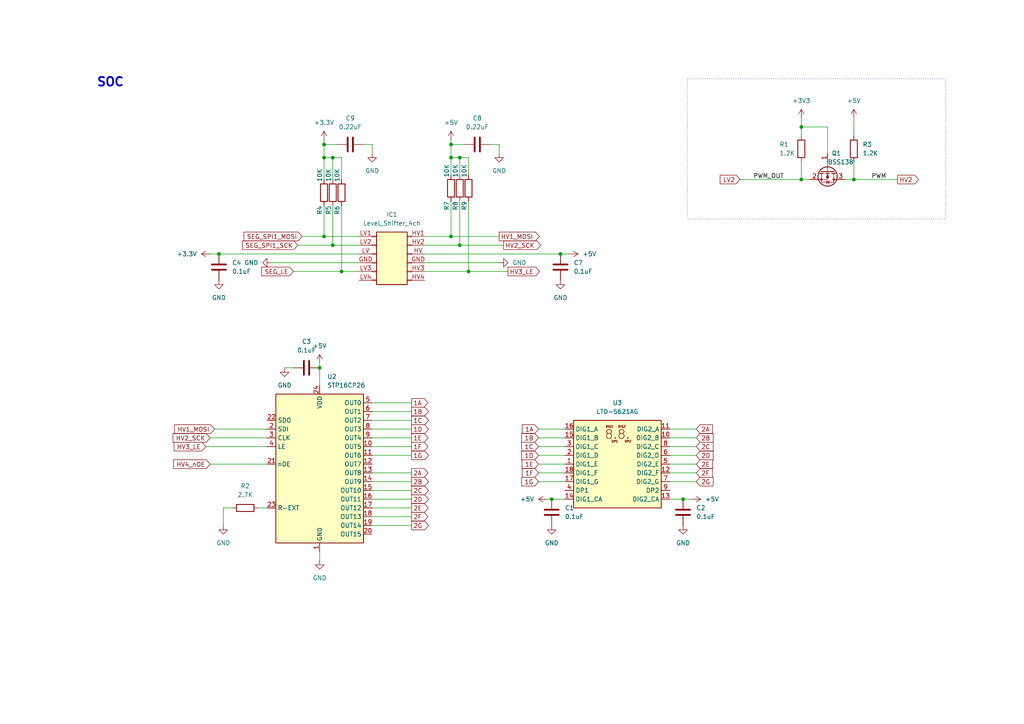
<source format=kicad_sch>
(kicad_sch (version 20230121) (generator eeschema)
  (paper "A4")
  (title_block (title "[AMDS] 2-Digit 7-Segment Schematic"))
  (lib_symbols
    (symbol "+3.3V_2" (power) (pin_numbers hide) (pin_names (offset 0) hide)
      (property "Value" "+3.3V_2" (at 0 3.556 0))
      (symbol "+3.3V_2_0_1"
        (polyline (pts (xy -0.762 1.27) (xy 0 2.54)))
        (polyline (pts (xy 0 0) (xy 0 2.54)))
        (polyline (pts (xy 0 2.54) (xy 0.762 1.27)))
      )
      (symbol "+3.3V_2_1_1"
        (pin power_in line (at 0 0 90) (length 0) hide (name "+3.3V") (number "1"))
      )
    )
    (symbol "+5V_1" (power) (pin_numbers hide) (pin_names (offset 0) hide)
      (property "Value" "+5V_1" (at 0 3.556 0))
      (symbol "+5V_1_0_1"
        (polyline (pts (xy -0.762 1.27) (xy 0 2.54)))
        (polyline (pts (xy 0 0) (xy 0 2.54)))
        (polyline (pts (xy 0 2.54) (xy 0.762 1.27)))
      )
      (symbol "+5V_1_1_1"
        (pin power_in line (at 0 0 90) (length 0) hide (name "+5V") (number "1"))
      )
    )
    (symbol "Connector_Generic:Level_Shifter_4ch" (pin_names (offset 1.016) hide)
      (property "Reference" "IC1" (at 1.27 16.51 0))
      (property "Value" "Level_Shifter_4ch" (at 3.81 13.97 0))
      (symbol "Level_Shifter_4ch_1_1"
        (rectangle (start -1.27 -2.413) (end 0 -2.667) (stroke (width 0.1524)))
        (rectangle (start -1.27 0.127) (end 0 -0.127) (stroke (width 0.1524)))
        (rectangle (start -1.27 2.667) (end 0 2.413) (stroke (width 0.1524)))
        (rectangle (start -1.27 5.207) (end 0 4.953) (stroke (width 0.1524)))
        (rectangle (start -1.27 7.747) (end 0 7.493) (stroke (width 0.1524)))
        (rectangle (start -1.27 10.287) (end 0 10.033) (stroke (width 0.1524)))
        (rectangle (start 0 11.43) (end 8.89 -3.81) (stroke (width 0.254)) (fill (type background)))
        (rectangle (start 10.16 -2.413) (end 8.89 -2.667) (stroke (width 0.1524)))
        (rectangle (start 10.16 0.127) (end 8.89 -0.127) (stroke (width 0.1524)))
        (rectangle (start 10.16 2.667) (end 8.89 2.413) (stroke (width 0.1524)))
        (rectangle (start 10.16 5.207) (end 8.89 4.953) (stroke (width 0.1524)))
        (rectangle (start 10.16 7.747) (end 8.89 7.493) (stroke (width 0.1524)))
        (rectangle (start 10.16 10.287) (end 8.89 10.033) (stroke (width 0.1524)))
        (pin passive line (at -5.08 2.54 0) (length 3.81) (name "Pin_a4") (number "GND"))
        (pin passive line (at 13.97 2.54 180) (length 3.81) (name "Pin_b4") (number "GND"))
        (pin passive line (at 13.97 5.08 180) (length 3.81) (name "pin_b3") (number "HV"))
        (pin passive line (at 13.97 10.16 180) (length 3.81) (name "Pin_b1") (number "HV1"))
        (pin passive line (at 13.97 7.62 180) (length 3.81) (name "Pin_b2") (number "HV2"))
        (pin passive line (at 13.97 0 180) (length 3.81) (name "Pin_b5") (number "HV3"))
        (pin passive line (at 13.97 -2.54 180) (length 3.81) (name "Pin_b6") (number "HV4"))
        (pin passive line (at -5.08 5.08 0) (length 3.81) (name "Pin_a3") (number "LV"))
        (pin passive line (at -5.08 10.16 0) (length 3.81) (name "Pin_a1") (number "LV1"))
        (pin passive line (at -5.08 7.62 0) (length 3.81) (name "Pin_a2") (number "LV2"))
        (pin passive line (at -5.08 0 0) (length 3.81) (name "Pin_a5") (number "LV3"))
        (pin passive line (at -5.08 -2.54 0) (length 3.81) (name "Pin_a6") (number "LV4"))
      )
    )
    (symbol "Device:C" (pin_numbers hide) (pin_names (offset 0.254))
      (property "Reference" "C" (at 0.635 2.54 0))
      (property "Value" "C" (at 0.635 -2.54 0))
      (symbol "C_0_1"
        (polyline (pts (xy -2.032 -0.762) (xy 2.032 -0.762)) (stroke (width 0.508)))
        (polyline (pts (xy -2.032 0.762) (xy 2.032 0.762)) (stroke (width 0.508)))
      )
      (symbol "C_1_1"
        (pin passive line (at 0 3.81 270) (length 2.794) (name "~") (number "1"))
        (pin passive line (at 0 -3.81 90) (length 2.794) (name "~") (number "2"))
      )
    )
    (symbol "Device:R" (pin_numbers hide) (pin_names (offset 0))
      (property "Reference" "R" (at 2.032 0 90))
      (property "Value" "R" (at 0 0 90))
      (symbol "R_0_1"
        (rectangle (start -1.016 -2.54) (end 1.016 2.54) (stroke (width 0.254)))
      )
      (symbol "R_1_1"
        (pin passive line (at 0 3.81 270) (length 1.27) (name "~") (number "1"))
        (pin passive line (at 0 -3.81 90) (length 1.27) (name "~") (number "2"))
      )
    )
    (symbol "Driver_LED:LED1642GWPTR"
      (property "Reference" "U2" (at 2.1941 25.4 0))
      (property "Value" "STP16CP26" (at 2.1941 22.86 0))
      (symbol "LED1642GWPTR_0_1"
        (rectangle (start -12.7 20.32) (end 12.7 -22.86) (stroke (width 0.254)) (fill (type background)))
      )
      (symbol "LED1642GWPTR_1_0"
        (pin input line (at -15.24 0 0) (length 2.54) (name "nOE") (number "21"))
      )
      (symbol "LED1642GWPTR_1_1"
        (pin power_in line (at 0 -25.4 90) (length 2.54) (name "GND") (number "1"))
        (pin output line (at 15.24 5.08 180) (length 2.54) (name "OUT5") (number "10"))
        (pin output line (at 15.24 2.54 180) (length 2.54) (name "OUT6") (number "11"))
        (pin output line (at 15.24 0 180) (length 2.54) (name "OUT7") (number "12"))
        (pin output line (at 15.24 -2.54 180) (length 2.54) (name "OUT8") (number "13"))
        (pin output line (at 15.24 -5.08 180) (length 2.54) (name "OUT9") (number "14"))
        (pin output line (at 15.24 -7.62 180) (length 2.54) (name "OUT10") (number "15"))
        (pin output line (at 15.24 -10.16 180) (length 2.54) (name "OUT11") (number "16"))
        (pin output line (at 15.24 -12.7 180) (length 2.54) (name "OUT12") (number "17"))
        (pin output line (at 15.24 -15.24 180) (length 2.54) (name "OUT13") (number "18"))
        (pin output line (at 15.24 -17.78 180) (length 2.54) (name "OUT14") (number "19"))
        (pin input line (at -15.24 10.16 0) (length 2.54) (name "SDI") (number "2"))
        (pin output line (at 15.24 -20.32 180) (length 2.54) (name "OUT15") (number "20"))
        (pin output line (at -15.24 12.7 0) (length 2.54) (name "SDO") (number "22"))
        (pin passive line (at -15.24 -12.7 0) (length 2.54) (name "R-EXT") (number "23"))
        (pin power_in line (at 0 22.86 270) (length 2.54) (name "VDD") (number "24"))
        (pin input line (at -15.24 7.62 0) (length 2.54) (name "CLK") (number "3"))
        (pin input line (at -15.24 5.08 0) (length 2.54) (name "LE") (number "4"))
        (pin output line (at 15.24 17.78 180) (length 2.54) (name "OUT0") (number "5"))
        (pin output line (at 15.24 15.24 180) (length 2.54) (name "OUT1") (number "6"))
        (pin output line (at 15.24 12.7 180) (length 2.54) (name "OUT2") (number "7"))
        (pin output line (at 15.24 10.16 180) (length 2.54) (name "OUT3") (number "8"))
        (pin output line (at 15.24 7.62 180) (length 2.54) (name "OUT4") (number "9"))
      )
    )
    (symbol "GND_1" (power) (pin_numbers hide) (pin_names (offset 0) hide)
      (property "Value" "GND_1" (at 0 -3.81 0))
      (symbol "GND_1_0_1"
        (polyline (pts (xy 0 0) (xy 0 -1.27) (xy 1.27 -1.27) (xy 0 -2.54) (xy -1.27 -1.27) (xy 0 -1.27)))
      )
      (symbol "GND_1_1_1"
        (pin power_in line (at 0 0 270) (length 0) hide (name "GND") (number "1"))
      )
    )
    (symbol "GND_3" (power) (pin_numbers hide) (pin_names (offset 0) hide)
      (property "Value" "GND_3" (at 0 -3.81 0))
      (symbol "GND_3_0_1"
        (polyline (pts (xy 0 0) (xy 0 -1.27) (xy 1.27 -1.27) (xy 0 -2.54) (xy -1.27 -1.27) (xy 0 -1.27)))
      )
      (symbol "GND_3_1_1"
        (pin power_in line (at 0 0 270) (length 0) hide (name "GND") (number "1"))
      )
    )
    (symbol "LTD-5621AG:LTD-5621AG"
      (property "Reference" "U" (at -11.43 13.97 0))
      (property "Value" "LTD-5621AG" (at 8.89 13.97 0))
      (symbol "LTD-5621AG_0_0"
        (text "8.8." (at 0 8.636 0) (effects (font (size 2.54 2.54))))
        (text "DIG1" (at -2.286 10.922 0) (effects (font (size 0.635 0.635))))
        (text "DIG2" (at 1.27 10.922 0) (effects (font (size 0.635 0.635))))
        (text "DP1" (at -0.762 6.604 0) (effects (font (size 0.635 0.635))))
        (text "DP2" (at 3.048 6.604 0) (effects (font (size 0.635 0.635))))
      )
      (symbol "LTD-5621AG_0_1"
        (rectangle (start -12.7 12.7) (end 12.7 -12.7) (stroke (width 0.254)) (fill (type background)))
      )
      (symbol "LTD-5621AG_1_1"
        (pin input line (at -15.24 0 0) (length 2.54) (name "DIG1_E") (number "1"))
        (pin input line (at 15.24 7.62 180) (length 2.54) (name "DIG2_B") (number "10"))
        (pin input line (at 15.24 10.16 180) (length 2.54) (name "DIG2_A") (number "11"))
        (pin input line (at 15.24 -2.54 180) (length 2.54) (name "DIG2_F") (number "12"))
        (pin input line (at 15.24 -10.16 180) (length 2.54) (name "DIG2_CA") (number "13"))
        (pin input line (at -15.24 -10.16 0) (length 2.54) (name "DIG1_CA") (number "14"))
        (pin input line (at -15.24 7.62 0) (length 2.54) (name "DIG1_B") (number "15"))
        (pin input line (at -15.24 10.16 0) (length 2.54) (name "DIG1_A") (number "16"))
        (pin input line (at -15.24 -5.08 0) (length 2.54) (name "DIG1_G") (number "17"))
        (pin input line (at -15.24 -2.54 0) (length 2.54) (name "DIG1_F") (number "18"))
        (pin input line (at -15.24 2.54 0) (length 2.54) (name "DIG1_D") (number "2"))
        (pin input line (at -15.24 5.08 0) (length 2.54) (name "DIG1_C") (number "3"))
        (pin input line (at -15.24 -7.62 0) (length 2.54) (name "DP1") (number "4"))
        (pin input line (at 15.24 0 180) (length 2.54) (name "DIG2_E") (number "5"))
        (pin input line (at 15.24 2.54 180) (length 2.54) (name "DIG2_D") (number "6"))
        (pin input line (at 15.24 -5.08 180) (length 2.54) (name "DIG2_G") (number "7"))
        (pin input line (at 15.24 5.08 180) (length 2.54) (name "DIG2_C") (number "8"))
        (pin input line (at 15.24 -7.62 180) (length 2.54) (name "DP2") (number "9"))
      )
    )
    (symbol "Transistor_FET:BSS138" (pin_names hide)
      (property "Reference" "Q" (at 5.08 1.905 0))
      (property "Value" "BSS138" (at 5.08 0 0))
      (symbol "BSS138_0_1"
        (polyline (pts (xy 0.254 0) (xy -2.54 0)))
        (polyline (pts (xy 0.254 1.905) (xy 0.254 -1.905)) (stroke (width 0.254)))
        (polyline (pts (xy 0.762 -1.27) (xy 0.762 -2.286)) (stroke (width 0.254)))
        (polyline (pts (xy 0.762 0.508) (xy 0.762 -0.508)) (stroke (width 0.254)))
        (polyline (pts (xy 0.762 2.286) (xy 0.762 1.27)) (stroke (width 0.254)))
        (polyline (pts (xy 2.54 2.54) (xy 2.54 1.778)))
        (polyline (pts (xy 2.54 -2.54) (xy 2.54 0) (xy 0.762 0)))
        (polyline (pts (xy 0.762 -1.778) (xy 3.302 -1.778) (xy 3.302 1.778) (xy 0.762 1.778)))
        (polyline (pts (xy 1.016 0) (xy 2.032 0.381) (xy 2.032 -0.381) (xy 1.016 0)) (fill (type outline)))
        (polyline (pts (xy 2.794 0.508) (xy 2.921 0.381) (xy 3.683 0.381) (xy 3.81 0.254)))
        (polyline (pts (xy 3.302 0.381) (xy 2.921 -0.254) (xy 3.683 -0.254) (xy 3.302 0.381)))
        (circle (center 1.651 0) (radius 2.794) (stroke (width 0.254)))
        (circle (center 2.54 -1.778) (radius 0.254) (fill (type outline)))
        (circle (center 2.54 1.778) (radius 0.254) (fill (type outline)))
      )
      (symbol "BSS138_1_1"
        (pin input line (at -5.08 0 0) (length 2.54) (name "G") (number "1"))
        (pin passive line (at 2.54 -5.08 90) (length 2.54) (name "S") (number "2"))
        (pin passive line (at 2.54 5.08 270) (length 2.54) (name "D") (number "3"))
      )
    )
    (symbol "power:+3.3V" (power) (pin_names (offset 0))
      (property "Value" "+3.3V" (at 0 3.556 0))
      (symbol "+3.3V_0_1"
        (polyline (pts (xy -0.762 1.27) (xy 0 2.54)))
        (polyline (pts (xy 0 0) (xy 0 2.54)))
        (polyline (pts (xy 0 2.54) (xy 0.762 1.27)))
      )
      (symbol "+3.3V_1_1"
        (pin power_in line (at 0 0 90) (length 0) hide (name "+3V3") (number "1"))
      )
    )
    (symbol "power:+5V" (power) (pin_names (offset 0))
      (property "Value" "+5V" (at 0 3.556 0))
      (symbol "+5V_0_1"
        (polyline (pts (xy -0.762 1.27) (xy 0 2.54)))
        (polyline (pts (xy 0 0) (xy 0 2.54)))
        (polyline (pts (xy 0 2.54) (xy 0.762 1.27)))
      )
      (symbol "+5V_1_1"
        (pin power_in line (at 0 0 90) (length 0) hide (name "+5V") (number "1"))
      )
    )
  )
  (junction (at 133.35 45.72))
  (junction (at 96.52 71.12))
  (junction (at 160.02 144.78))
  (junction (at 247.65 52.07))
  (junction (at 99.06 78.74))
  (junction (at 130.81 45.72))
  (junction (at 93.98 68.58))
  (junction (at 133.35 71.12))
  (junction (at 232.41 52.07))
  (junction (at 93.98 45.72))
  (junction (at 232.41 36.83))
  (junction (at 93.98 41.91))
  (junction (at 130.81 68.58))
  (junction (at 130.81 41.91))
  (junction (at 198.12 144.78))
  (junction (at 162.56 73.66))
  (junction (at 92.71 106.68))
  (junction (at 63.5 73.66))
  (junction (at 135.89 78.74))
  (junction (at 96.52 45.72))
  (wire (pts (xy 107.95 116.84) (xy 119.38 116.84)))
  (wire (pts (xy 158.75 144.78) (xy 160.02 144.78)))
  (wire (pts (xy 96.52 59.69) (xy 96.52 71.12)))
  (wire (pts (xy 107.95 44.45) (xy 107.95 41.91)))
  (wire (pts (xy 93.98 45.72) (xy 93.98 52.07)))
  (wire (pts (xy 156.21 129.54) (xy 163.83 129.54)))
  (wire (pts (xy 107.95 119.38) (xy 119.38 119.38)))
  (wire (pts (xy 78.74 76.2) (xy 104.14 76.2)))
  (wire (pts (xy 144.78 76.2) (xy 123.19 76.2)))
  (wire (pts (xy 130.81 58.42) (xy 130.81 68.58)))
  (wire (pts (xy 99.06 78.74) (xy 104.14 78.74)))
  (wire (pts (xy 93.98 68.58) (xy 104.14 68.58)))
  (wire (pts (xy 135.89 58.42) (xy 135.89 78.74)))
  (wire (pts (xy 156.21 124.46) (xy 163.83 124.46)))
  (wire (pts (xy 198.12 144.78) (xy 194.31 144.78)))
  (wire (pts (xy 240.03 44.45) (xy 240.03 36.83)))
  (wire (pts (xy 156.21 139.7) (xy 163.83 139.7)))
  (wire (pts (xy 63.5 73.66) (xy 104.14 73.66)))
  (wire (pts (xy 156.21 137.16) (xy 163.83 137.16)))
  (wire (pts (xy 93.98 41.91) (xy 97.79 41.91)))
  (wire (pts (xy 144.78 44.45) (xy 144.78 41.91)))
  (wire (pts (xy 92.71 105.41) (xy 92.71 106.68)))
  (wire (pts (xy 194.31 129.54) (xy 201.93 129.54)))
  (wire (pts (xy 96.52 71.12) (xy 104.14 71.12)))
  (wire (pts (xy 93.98 59.69) (xy 93.98 68.58)))
  (wire (pts (xy 194.31 139.7) (xy 201.93 139.7)))
  (wire (pts (xy 160.02 144.78) (xy 163.83 144.78)))
  (wire (pts (xy 240.03 36.83) (xy 232.41 36.83)))
  (wire (pts (xy 107.95 139.7) (xy 119.38 139.7)))
  (wire (pts (xy 144.78 41.91) (xy 142.24 41.91)))
  (wire (pts (xy 232.41 36.83) (xy 232.41 39.37)))
  (wire (pts (xy 92.71 106.68) (xy 92.71 111.76)))
  (wire (pts (xy 107.95 124.46) (xy 119.38 124.46)))
  (wire (pts (xy 156.21 127) (xy 163.83 127)))
  (wire (pts (xy 130.81 41.91) (xy 130.81 45.72)))
  (wire (pts (xy 156.21 134.62) (xy 163.83 134.62)))
  (wire (pts (xy 247.65 34.29) (xy 247.65 39.37)))
  (wire (pts (xy 60.96 127) (xy 77.47 127)))
  (wire (pts (xy 130.81 40.64) (xy 130.81 41.91)))
  (wire (pts (xy 96.52 45.72) (xy 99.06 45.72)))
  (wire (pts (xy 107.95 41.91) (xy 105.41 41.91)))
  (wire (pts (xy 74.93 147.32) (xy 77.47 147.32)))
  (wire (pts (xy 107.95 121.92) (xy 119.38 121.92)))
  (wire (pts (xy 64.77 147.32) (xy 67.31 147.32)))
  (wire (pts (xy 60.96 134.62) (xy 77.47 134.62)))
  (wire (pts (xy 144.78 68.58) (xy 130.81 68.58)))
  (wire (pts (xy 232.41 34.29) (xy 232.41 36.83)))
  (wire (pts (xy 130.81 41.91) (xy 134.62 41.91)))
  (wire (pts (xy 214.63 52.07) (xy 232.41 52.07)))
  (wire (pts (xy 93.98 45.72) (xy 96.52 45.72)))
  (wire (pts (xy 59.69 129.54) (xy 77.47 129.54)))
  (wire (pts (xy 107.95 144.78) (xy 119.38 144.78)))
  (wire (pts (xy 107.95 142.24) (xy 119.38 142.24)))
  (wire (pts (xy 92.71 162.56) (xy 92.71 160.02)))
  (wire (pts (xy 200.66 144.78) (xy 198.12 144.78)))
  (wire (pts (xy 247.65 46.99) (xy 247.65 52.07)))
  (wire (pts (xy 245.11 52.07) (xy 247.65 52.07)))
  (wire (pts (xy 96.52 45.72) (xy 96.52 52.07)))
  (wire (pts (xy 130.81 45.72) (xy 130.81 50.8)))
  (wire (pts (xy 60.96 73.66) (xy 63.5 73.66)))
  (wire (pts (xy 130.81 45.72) (xy 133.35 45.72)))
  (wire (pts (xy 107.95 147.32) (xy 119.38 147.32)))
  (wire (pts (xy 93.98 41.91) (xy 93.98 45.72)))
  (wire (pts (xy 87.63 68.58) (xy 93.98 68.58)))
  (wire (pts (xy 62.23 124.46) (xy 77.47 124.46)))
  (wire (pts (xy 147.32 78.74) (xy 135.89 78.74)))
  (wire (pts (xy 93.98 40.64) (xy 93.98 41.91)))
  (wire (pts (xy 232.41 52.07) (xy 234.95 52.07)))
  (wire (pts (xy 99.06 45.72) (xy 99.06 52.07)))
  (wire (pts (xy 165.1 73.66) (xy 162.56 73.66)))
  (wire (pts (xy 130.81 68.58) (xy 123.19 68.58)))
  (wire (pts (xy 86.36 71.12) (xy 96.52 71.12)))
  (wire (pts (xy 133.35 71.12) (xy 123.19 71.12)))
  (wire (pts (xy 194.31 134.62) (xy 201.93 134.62)))
  (wire (pts (xy 64.77 152.4) (xy 64.77 147.32)))
  (wire (pts (xy 146.05 71.12) (xy 133.35 71.12)))
  (wire (pts (xy 107.95 129.54) (xy 119.38 129.54)))
  (wire (pts (xy 156.21 132.08) (xy 163.83 132.08)))
  (wire (pts (xy 133.35 58.42) (xy 133.35 71.12)))
  (wire (pts (xy 194.31 137.16) (xy 201.93 137.16)))
  (wire (pts (xy 194.31 132.08) (xy 201.93 132.08)))
  (wire (pts (xy 194.31 127) (xy 201.93 127)))
  (wire (pts (xy 107.95 132.08) (xy 119.38 132.08)))
  (wire (pts (xy 247.65 52.07) (xy 260.35 52.07)))
  (wire (pts (xy 85.09 78.74) (xy 99.06 78.74)))
  (wire (pts (xy 232.41 46.99) (xy 232.41 52.07)))
  (wire (pts (xy 107.95 127) (xy 119.38 127)))
  (wire (pts (xy 123.19 73.66) (xy 162.56 73.66)))
  (wire (pts (xy 135.89 45.72) (xy 135.89 50.8)))
  (wire (pts (xy 135.89 78.74) (xy 123.19 78.74)))
  (wire (pts (xy 107.95 149.86) (xy 119.38 149.86)))
  (wire (pts (xy 99.06 59.69) (xy 99.06 78.74)))
  (wire (pts (xy 133.35 45.72) (xy 133.35 50.8)))
  (wire (pts (xy 133.35 45.72) (xy 135.89 45.72)))
  (wire (pts (xy 194.31 124.46) (xy 201.93 124.46)))
  (wire (pts (xy 107.95 137.16) (xy 119.38 137.16)))
  (wire (pts (xy 82.55 106.68) (xy 85.09 106.68)))
  (wire (pts (xy 107.95 152.4) (xy 119.38 152.4)))
  (rectangle (start 199.39 22.86) (end 274.32 63.5) (stroke (width 0) (type dot)))
  (text "SOC" (at 27.94 25.4 0) (effects (font (size 2.5 2.5) (thickness 0.5) bold) (justify left bottom)))
  (label "PWM_OUT" (at 218.44 52.07 0))
  (label "PWM" (at 252.73 52.07 0))
  (global_label "1C" (shape output) (at 119.38 121.92 0) (property "Intersheetrefs" "${INTERSHEET_REFS}" (effects hide)))
  (global_label "HV2_SCK" (shape output) (at 146.05 71.12 0) (property "Intersheetrefs" "${INTERSHEET_REFS}" (effects hide)))
  (global_label "2E" (shape input) (at 201.93 134.62 0) (property "Intersheetrefs" "${INTERSHEET_REFS}" (effects hide)))
  (global_label "1E" (shape output) (at 119.38 127 0) (property "Intersheetrefs" "${INTERSHEET_REFS}" (effects hide)))
  (global_label "1F" (shape output) (at 119.38 129.54 0) (property "Intersheetrefs" "${INTERSHEET_REFS}" (effects hide)))
  (global_label "1C" (shape input) (at 156.21 129.54 180) (property "Intersheetrefs" "${INTERSHEET_REFS}" (effects hide)))
  (global_label "1A" (shape input) (at 156.21 124.46 180) (property "Intersheetrefs" "${INTERSHEET_REFS}" (effects hide)))
  (global_label "1G" (shape input) (at 156.21 139.7 180) (property "Intersheetrefs" "${INTERSHEET_REFS}" (effects hide)))
  (global_label "2G" (shape input) (at 201.93 139.7 0) (property "Intersheetrefs" "${INTERSHEET_REFS}" (effects hide)))
  (global_label "2B" (shape output) (at 119.38 139.7 0) (property "Intersheetrefs" "${INTERSHEET_REFS}" (effects hide)))
  (global_label "1A" (shape output) (at 119.38 116.84 0) (property "Intersheetrefs" "${INTERSHEET_REFS}" (effects hide)))
  (global_label "LV2" (shape input) (at 214.63 52.07 180) (property "Intersheetrefs" "${INTERSHEET_REFS}" (effects hide)))
  (global_label "1B" (shape input) (at 156.21 127 180) (property "Intersheetrefs" "${INTERSHEET_REFS}" (effects hide)))
  (global_label "HV3_LE" (shape input) (at 59.69 129.54 180) (property "Intersheetrefs" "${INTERSHEET_REFS}" (effects hide)))
  (global_label "2B" (shape input) (at 201.93 127 0) (property "Intersheetrefs" "${INTERSHEET_REFS}" (effects hide)))
  (global_label "2A" (shape input) (at 201.93 124.46 0) (property "Intersheetrefs" "${INTERSHEET_REFS}" (effects hide)))
  (global_label "1D" (shape input) (at 156.21 132.08 180) (property "Intersheetrefs" "${INTERSHEET_REFS}" (effects hide)))
  (global_label "2A" (shape output) (at 119.38 137.16 0) (property "Intersheetrefs" "${INTERSHEET_REFS}" (effects hide)))
  (global_label "1G" (shape output) (at 119.38 132.08 0) (property "Intersheetrefs" "${INTERSHEET_REFS}" (effects hide)))
  (global_label "SEG_LE" (shape input) (at 85.09 78.74 180) (property "Intersheetrefs" "${INTERSHEET_REFS}" (effects hide)))
  (global_label "1B" (shape output) (at 119.38 119.38 0) (property "Intersheetrefs" "${INTERSHEET_REFS}" (effects hide)))
  (global_label "2C" (shape input) (at 201.93 129.54 0) (property "Intersheetrefs" "${INTERSHEET_REFS}" (effects hide)))
  (global_label "2G" (shape output) (at 119.38 152.4 0) (property "Intersheetrefs" "${INTERSHEET_REFS}" (effects hide)))
  (global_label "SEG_SPI1_MOSI" (shape input) (at 87.63 68.58 180) (property "Intersheetrefs" "${INTERSHEET_REFS}" (effects hide)))
  (global_label "2F" (shape input) (at 201.93 137.16 0) (property "Intersheetrefs" "${INTERSHEET_REFS}" (effects hide)))
  (global_label "HV3_LE" (shape output) (at 147.32 78.74 0) (property "Intersheetrefs" "${INTERSHEET_REFS}" (effects hide)))
  (global_label "1F" (shape input) (at 156.21 137.16 180) (property "Intersheetrefs" "${INTERSHEET_REFS}" (effects hide)))
  (global_label "HV2_SCK" (shape input) (at 60.96 127 180) (property "Intersheetrefs" "${INTERSHEET_REFS}" (effects hide)))
  (global_label "HV1_MOSI" (shape output) (at 144.78 68.58 0) (property "Intersheetrefs" "${INTERSHEET_REFS}" (effects hide)))
  (global_label "SEG_SPI1_SCK" (shape input) (at 86.36 71.12 180) (property "Intersheetrefs" "${INTERSHEET_REFS}" (effects hide)))
  (global_label "2F" (shape output) (at 119.38 149.86 0) (property "Intersheetrefs" "${INTERSHEET_REFS}" (effects hide)))
  (global_label "2E" (shape output) (at 119.38 147.32 0) (property "Intersheetrefs" "${INTERSHEET_REFS}" (effects hide)))
  (global_label "1D" (shape output) (at 119.38 124.46 0) (property "Intersheetrefs" "${INTERSHEET_REFS}" (effects hide)))
  (global_label "HV2" (shape output) (at 260.35 52.07 0) (property "Intersheetrefs" "${INTERSHEET_REFS}" (effects hide)))
  (global_label "HV4_nOE" (shape input) (at 60.96 134.62 180) (property "Intersheetrefs" "${INTERSHEET_REFS}" (effects hide)))
  (global_label "2C" (shape output) (at 119.38 142.24 0) (property "Intersheetrefs" "${INTERSHEET_REFS}" (effects hide)))
  (global_label "2D" (shape input) (at 201.93 132.08 0) (property "Intersheetrefs" "${INTERSHEET_REFS}" (effects hide)))
  (global_label "HV1_MOSI" (shape input) (at 62.23 124.46 180) (property "Intersheetrefs" "${INTERSHEET_REFS}" (effects hide)))
  (global_label "2D" (shape output) (at 119.38 144.78 0) (property "Intersheetrefs" "${INTERSHEET_REFS}" (effects hide)))
  (global_label "1E" (shape input) (at 156.21 134.62 180) (property "Intersheetrefs" "${INTERSHEET_REFS}" (effects hide)))
  (symbol (lib_name "+5V_1") (lib_id "power:+5V") (at 130.81 40.64 0) (unit 1)
    (property "Reference" "#PWR017" (effects hide))
    (property "Value" "+5V" (at 130.81 35.56 0))
  )
  (symbol (lib_name "GND_3") (lib_id "power:GND") (at 144.78 44.45 0) (unit 1)
    (property "Reference" "#PWR019" (effects hide))
    (property "Value" "GND" (at 144.78 49.53 0))
  )
  (symbol (lib_id "Device:R") (at 247.65 43.18 0) (unit 1)
    (property "Reference" "R3" (at 250.19 41.9099 0) (effects (justify left)))
    (property "Value" "1.2K" (at 250.19 44.4499 0) (effects (justify left)))
  )
  (symbol (lib_name "GND_3") (lib_id "power:GND") (at 82.55 106.68 0) (unit 1)
    (property "Reference" "#PWR014" (effects hide))
    (property "Value" "GND" (at 82.55 111.76 0))
  )
  (symbol (lib_id "Device:R") (at 232.41 43.18 0) (unit 1)
    (property "Reference" "R1" (at 226.06 41.91 0) (effects (justify left)))
    (property "Value" "1.2K" (at 226.06 44.45 0) (effects (justify left)))
  )
  (symbol (lib_id "Device:R") (at 71.12 147.32 90) (unit 1)
    (property "Reference" "R2" (at 71.12 140.97 90))
    (property "Value" "2.7K" (at 71.12 143.51 90))
  )
  (symbol (lib_name "GND_3") (lib_id "power:GND") (at 160.02 152.4 0) (unit 1)
    (property "Reference" "#PWR011" (effects hide))
    (property "Value" "GND" (at 160.02 157.48 0))
  )
  (symbol (lib_name "GND_3") (lib_id "power:GND") (at 63.5 81.28 0) (unit 1)
    (property "Reference" "#PWR015" (effects hide))
    (property "Value" "GND" (at 63.5 86.36 0))
  )
  (symbol (lib_id "Device:R") (at 133.35 54.61 180) (unit 1)
    (property "Reference" "R8" (at 132.08 59.69 90))
    (property "Value" "10K" (at 132.08 49.53 90))
  )
  (symbol (lib_id "Device:R") (at 96.52 55.88 180) (unit 1)
    (property "Reference" "R5" (at 95.25 60.96 90))
    (property "Value" "10K" (at 95.25 50.8 90))
  )
  (symbol (lib_id "Device:C") (at 198.12 148.59 0) (unit 1)
    (property "Reference" "C2" (at 201.93 147.32 0) (effects (justify left)))
    (property "Value" "0.1uF" (at 201.93 149.86 0) (effects (justify left)))
  )
  (symbol (lib_id "power:+3.3V") (at 232.41 34.29 0) (unit 1)
    (property "Reference" "#PWR01" (effects hide))
    (property "Value" "+3.3V" (at 232.41 29.21 0))
  )
  (symbol (lib_id "Device:R") (at 130.81 54.61 180) (unit 1)
    (property "Reference" "R7" (at 129.54 59.69 90))
    (property "Value" "10K" (at 129.54 49.53 90))
  )
  (symbol (lib_id "Device:C") (at 101.6 41.91 90) (unit 1)
    (property "Reference" "C9" (at 101.6 34.29 90))
    (property "Value" "0.22uF" (at 101.6 36.83 90))
  )
  (symbol (lib_id "Transistor_FET:BSS138") (at 240.03 49.53 270) (unit 1)
    (property "Reference" "Q1" (at 242.57 44.45 90))
    (property "Value" "BSS138" (at 243.84 46.99 90))
    (property "Footprint" "Package_TO_SOT_SMD:SOT-23" (effects hide))
    (property "Datasheet" "https://www.onsemi.com/pub/Collateral/BSS138-D.PDF" (effects hide))
  )
  (symbol (lib_name "GND_3") (lib_id "power:GND") (at 198.12 152.4 0) (unit 1)
    (property "Reference" "#PWR013" (effects hide))
    (property "Value" "GND" (at 198.12 157.48 0))
  )
  (symbol (lib_name "GND_1") (lib_id "power:GND") (at 64.77 152.4 0) (unit 1)
    (property "Reference" "#PWR05" (effects hide))
    (property "Value" "GND" (at 64.77 157.48 0))
  )
  (symbol (lib_id "Device:R") (at 93.98 55.88 180) (unit 1)
    (property "Reference" "R4" (at 92.71 60.96 90))
    (property "Value" "10K" (at 92.71 50.8 90))
  )
  (symbol (lib_id "Driver_LED:LED1642GWPTR") (at 92.71 134.62 0) (unit 1)
    (property "Reference" "U2" (at 94.9041 109.22 0) (effects (justify left)))
    (property "Value" "STP16CP26" (at 94.9041 111.76 0) (effects (justify left)))
    (property "Footprint" "Package_SO:QSOP-24_3.9x8.7mm_P0.635mm" (effects hide))
    (property "Datasheet" "https://www.st.com/resource/en/datasheet/led1642gw.pdf" (effects hide))
  )
  (symbol (lib_id "Device:C") (at 88.9 106.68 90) (unit 1)
    (property "Reference" "C3" (at 88.9 99.06 90))
    (property "Value" "0.1uF" (at 88.9 101.6 90))
  )
  (symbol (lib_id "Device:C") (at 138.43 41.91 90) (unit 1)
    (property "Reference" "C8" (at 138.43 34.29 90))
    (property "Value" "0.22uF" (at 138.43 36.83 90))
  )
  (symbol (lib_name "GND_3") (lib_id "power:GND") (at 92.71 162.56 0) (unit 1)
    (property "Reference" "#PWR022" (effects hide))
    (property "Value" "GND" (at 92.71 167.64 0))
  )
  (symbol (lib_name "GND_1") (lib_id "power:GND") (at 144.78 76.2 90) (unit 1)
    (property "Reference" "#PWR07" (effects hide))
    (property "Value" "GND" (at 148.59 76.2 90) (effects (justify right)))
  )
  (symbol (lib_id "LTD-5621AG:LTD-5621AG") (at 179.07 134.62 0) (unit 1)
    (property "Reference" "U3" (at 179.07 116.84 0))
    (property "Value" "LTD-5621AG" (at 179.07 119.38 0))
    (property "Footprint" "LTD-5621AG" (effects hide))
  )
  (symbol (lib_name "GND_3") (lib_id "power:GND") (at 107.95 44.45 0) (unit 1)
    (property "Reference" "#PWR020" (effects hide))
    (property "Value" "GND" (at 107.95 49.53 0))
  )
  (symbol (lib_name "+5V_1") (lib_id "power:+5V") (at 92.71 105.41 0) (unit 1)
    (property "Reference" "#PWR09" (effects hide))
    (property "Value" "+5V" (at 92.71 100.33 0))
  )
  (symbol (lib_id "Connector_Generic:Level_Shifter_4ch") (at 109.22 78.74 0) (unit 1)
    (property "Reference" "IC1" (at 113.665 62.23 0))
    (property "Value" "Level_Shifter_4ch" (at 113.665 64.77 0))
  )
  (symbol (lib_name "+5V_1") (lib_id "power:+5V") (at 165.1 73.66 270) (unit 1)
    (property "Reference" "#PWR010" (effects hide))
    (property "Value" "+5V" (at 168.91 73.66 90) (effects (justify left)))
  )
  (symbol (lib_id "power:+5V") (at 247.65 34.29 0) (unit 1)
    (property "Reference" "#PWR03" (effects hide))
    (property "Value" "+5V" (at 247.65 29.21 0))
  )
  (symbol (lib_id "Device:C") (at 162.56 77.47 0) (unit 1)
    (property "Reference" "C7" (at 166.37 76.2 0) (effects (justify left)))
    (property "Value" "0.1uF" (at 166.37 78.74 0) (effects (justify left)))
  )
  (symbol (lib_name "+5V_1") (lib_id "power:+5V") (at 158.75 144.78 90) (unit 1)
    (property "Reference" "#PWR02" (effects hide))
    (property "Value" "+5V" (at 154.94 144.78 90) (effects (justify left)))
  )
  (symbol (lib_id "Device:R") (at 99.06 55.88 180) (unit 1)
    (property "Reference" "R6" (at 97.79 60.96 90))
    (property "Value" "10K" (at 97.79 50.8 90))
  )
  (symbol (lib_id "Device:R") (at 135.89 54.61 180) (unit 1)
    (property "Reference" "R9" (at 134.62 59.69 90))
    (property "Value" "10K" (at 134.62 49.53 90))
  )
  (symbol (lib_name "GND_3") (lib_id "power:GND") (at 162.56 81.28 0) (unit 1)
    (property "Reference" "#PWR016" (effects hide))
    (property "Value" "GND" (at 162.56 86.36 0))
  )
  (symbol (lib_name "GND_1") (lib_id "power:GND") (at 78.74 76.2 270) (unit 1)
    (property "Reference" "#PWR08" (effects hide))
    (property "Value" "GND" (at 74.93 76.2 90) (effects (justify right)))
  )
  (symbol (lib_id "Device:C") (at 160.02 148.59 0) (unit 1)
    (property "Reference" "C1" (at 163.83 147.32 0) (effects (justify left)))
    (property "Value" "0.1uF" (at 163.83 149.86 0) (effects (justify left)))
  )
  (symbol (lib_name "+3.3V_2") (lib_id "power:+3.3V") (at 93.98 40.64 0) (mirror y) (unit 1)
    (property "Reference" "#PWR018" (effects hide))
    (property "Value" "+3.3V" (at 93.98 35.56 0))
  )
  (symbol (lib_name "+3.3V_2") (lib_id "power:+3.3V") (at 60.96 73.66 90) (mirror x) (unit 1)
    (property "Reference" "#PWR012" (effects hide))
    (property "Value" "+3.3V" (at 57.15 73.66 90) (effects (justify left)))
  )
  (symbol (lib_id "Device:C") (at 63.5 77.47 0) (unit 1)
    (property "Reference" "C4" (at 67.31 76.2 0) (effects (justify left)))
    (property "Value" "0.1uF" (at 67.31 78.74 0) (effects (justify left)))
  )
  (symbol (lib_name "+5V_1") (lib_id "power:+5V") (at 200.66 144.78 270) (unit 1)
    (property "Reference" "#PWR04" (effects hide))
    (property "Value" "+5V" (at 204.47 144.78 90) (effects (justify left)))
  )
)
</source>
